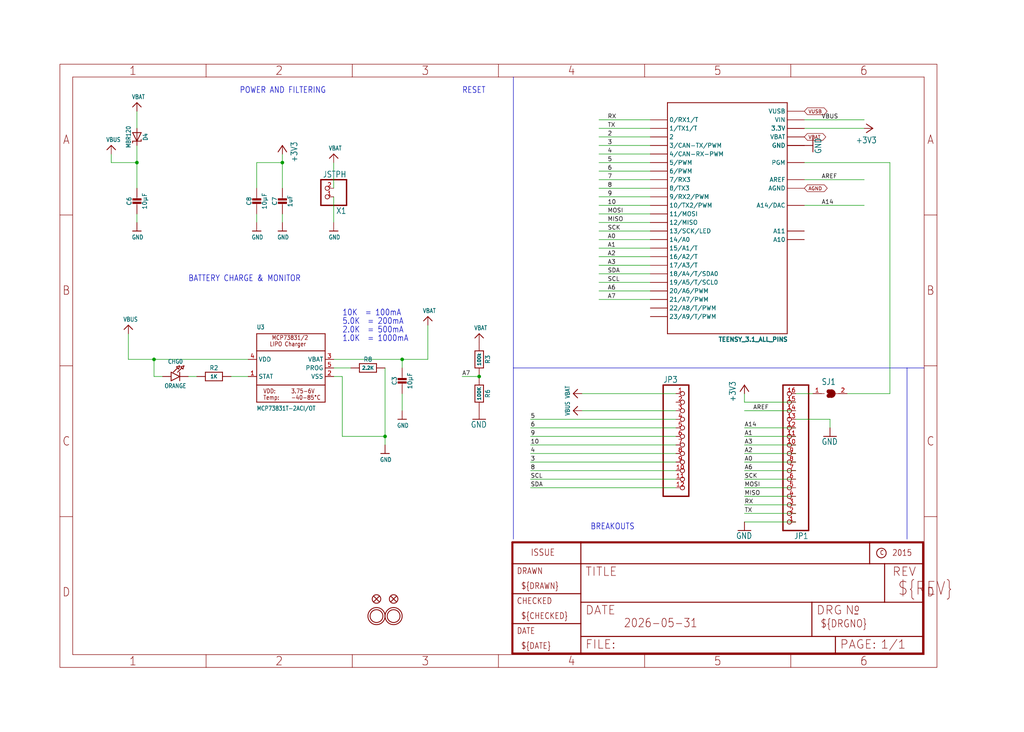
<source format=kicad_sch>
(kicad_sch (version 20230121) (generator eeschema)
  (paper "User" 303.962 217.322)
  (lib_symbols
    (symbol "working-eagle-import:+3V3" (power)
      (property "Value" "+3V3" (at -2.54 -5.08 90))
      (symbol "+3V3_1_0"
        (polyline (pts (xy 0 0) (xy -1.27 -1.905)) (stroke (width 0.254)))
        (polyline (pts (xy 1.27 -1.905) (xy 0 0)) (stroke (width 0.254)))
        (pin power_in line (at 0 -2.54 90) (length 2.54) (name "+3V3") (number "1"))
      )
    )
    (symbol "working-eagle-import:CAP_CERAMIC0603_NO"
      (property "Reference" "C" (at -2.29 1.25 90))
      (symbol "CAP_CERAMIC0603_NO_1_0"
        (rectangle (start -1.27 0.508) (end 1.27 1.016) (fill (type outline)))
        (rectangle (start -1.27 1.524) (end 1.27 2.032) (fill (type outline)))
        (polyline (pts (xy 0 0.762) (xy 0 0)) (stroke (width 0.1524)))
        (polyline (pts (xy 0 2.54) (xy 0 1.778)) (stroke (width 0.1524)))
        (pin passive line (at 0 5.08 270) (length 2.54) (name "1") (number "1"))
        (pin passive line (at 0 -2.54 90) (length 2.54) (name "2") (number "2"))
      )
    )
    (symbol "working-eagle-import:CAP_CERAMIC0805-NOOUTLINE"
      (property "Reference" "C" (at -2.29 1.25 90))
      (symbol "CAP_CERAMIC0805-NOOUTLINE_1_0"
        (rectangle (start -1.27 0.508) (end 1.27 1.016) (fill (type outline)))
        (rectangle (start -1.27 1.524) (end 1.27 2.032) (fill (type outline)))
        (polyline (pts (xy 0 0.762) (xy 0 0)) (stroke (width 0.1524)))
        (polyline (pts (xy 0 2.54) (xy 0 1.778)) (stroke (width 0.1524)))
        (pin passive line (at 0 5.08 270) (length 2.54) (name "1") (number "1"))
        (pin passive line (at 0 -2.54 90) (length 2.54) (name "2") (number "2"))
      )
    )
    (symbol "working-eagle-import:CON_JST_PH_2PIN"
      (property "Reference" "X" (at -6.35 5.715 0))
      (symbol "CON_JST_PH_2PIN_1_0"
        (polyline (pts (xy -6.35 -2.54) (xy 1.27 -2.54)) (stroke (width 0.4064)))
        (polyline (pts (xy -6.35 5.08) (xy -6.35 -2.54)) (stroke (width 0.4064)))
        (polyline (pts (xy 1.27 -2.54) (xy 1.27 5.08)) (stroke (width 0.4064)))
        (polyline (pts (xy 1.27 5.08) (xy -6.35 5.08)) (stroke (width 0.4064)))
        (pin passive inverted (at -2.54 2.54 0) (length 2.54) (name "1") (number "1"))
        (pin passive inverted (at -2.54 0 0) (length 2.54) (name "2") (number "2"))
      )
    )
    (symbol "working-eagle-import:DIODE-SCHOTTKYSOD-123"
      (property "Reference" "D" (at 0 2.54 0))
      (symbol "DIODE-SCHOTTKYSOD-123_1_0"
        (polyline (pts (xy -1.27 -1.27) (xy 1.27 0)) (stroke (width 0.254)))
        (polyline (pts (xy -1.27 1.27) (xy -1.27 -1.27)) (stroke (width 0.254)))
        (polyline (pts (xy 1.27 -1.27) (xy 1.778 -1.27)) (stroke (width 0.254)))
        (polyline (pts (xy 1.27 0) (xy -1.27 1.27)) (stroke (width 0.254)))
        (polyline (pts (xy 1.27 0) (xy 1.27 -1.27)) (stroke (width 0.254)))
        (polyline (pts (xy 1.27 1.27) (xy 0.762 1.27)) (stroke (width 0.254)))
        (polyline (pts (xy 1.27 1.27) (xy 1.27 0)) (stroke (width 0.254)))
        (pin passive line (at -2.54 0 0) (length 2.54) (name "A") (number "A"))
        (pin passive line (at 2.54 0 180) (length 2.54) (name "C") (number "C"))
      )
    )
    (symbol "working-eagle-import:FIDUCIAL{dblquote}{dblquote}"
      (symbol "FIDUCIAL{dblquote}{dblquote}_1_0"
        (polyline (pts (xy -0.762 0.762) (xy 0.762 -0.762)) (stroke (width 0.254)))
        (polyline (pts (xy 0.762 0.762) (xy -0.762 -0.762)) (stroke (width 0.254)))
        (circle (center 0 0) (radius 1.27) (stroke (width 0.254)))
      )
    )
    (symbol "working-eagle-import:FRAME_A4"
      (symbol "FRAME_A4_1_0"
        (polyline (pts (xy 0 44.7675) (xy 3.81 44.7675)))
        (polyline (pts (xy 0 89.535) (xy 3.81 89.535)))
        (polyline (pts (xy 0 134.3025) (xy 3.81 134.3025)))
        (polyline (pts (xy 3.81 3.81) (xy 3.81 175.26)))
        (polyline (pts (xy 43.3917 0) (xy 43.3917 3.81)))
        (polyline (pts (xy 43.3917 175.26) (xy 43.3917 179.07)))
        (polyline (pts (xy 86.7833 0) (xy 86.7833 3.81)))
        (polyline (pts (xy 86.7833 175.26) (xy 86.7833 179.07)))
        (polyline (pts (xy 130.175 0) (xy 130.175 3.81)))
        (polyline (pts (xy 130.175 175.26) (xy 130.175 179.07)))
        (polyline (pts (xy 173.5667 0) (xy 173.5667 3.81)))
        (polyline (pts (xy 173.5667 175.26) (xy 173.5667 179.07)))
        (polyline (pts (xy 216.9583 0) (xy 216.9583 3.81)))
        (polyline (pts (xy 216.9583 175.26) (xy 216.9583 179.07)))
        (polyline (pts (xy 256.54 3.81) (xy 3.81 3.81)))
        (polyline (pts (xy 256.54 3.81) (xy 256.54 8.89)) (stroke (width 0.1016)))
        (polyline (pts (xy 256.54 3.81) (xy 256.54 175.26)))
        (polyline (pts (xy 256.54 8.89) (xy 256.54 13.97)) (stroke (width 0.1016)))
        (polyline (pts (xy 256.54 13.97) (xy 256.54 19.05)) (stroke (width 0.1016)))
        (polyline (pts (xy 256.54 19.05) (xy 256.54 36.83)) (stroke (width 0.1016)))
        (polyline (pts (xy 256.54 44.7675) (xy 260.35 44.7675)))
        (polyline (pts (xy 256.54 89.535) (xy 260.35 89.535)))
        (polyline (pts (xy 256.54 134.3025) (xy 260.35 134.3025)))
        (polyline (pts (xy 256.54 175.26) (xy 3.81 175.26)))
        (polyline (pts (xy 0 0) (xy 260.35 0) (xy 260.35 179.07) (xy 0 179.07) (xy 0 0)))
        (text "1" (at 21.6958 1.905 0) (effects (font (size 2.54 2.286))))
        (text "1" (at 21.6958 177.165 0) (effects (font (size 2.54 2.286))))
        (text "2" (at 65.0875 1.905 0) (effects (font (size 2.54 2.286))))
        (text "2" (at 65.0875 177.165 0) (effects (font (size 2.54 2.286))))
        (text "3" (at 108.4792 1.905 0) (effects (font (size 2.54 2.286))))
        (text "3" (at 108.4792 177.165 0) (effects (font (size 2.54 2.286))))
        (text "4" (at 151.8708 1.905 0) (effects (font (size 2.54 2.286))))
        (text "4" (at 151.8708 177.165 0) (effects (font (size 2.54 2.286))))
        (text "5" (at 195.2625 1.905 0) (effects (font (size 2.54 2.286))))
        (text "5" (at 195.2625 177.165 0) (effects (font (size 2.54 2.286))))
        (text "6" (at 238.6542 1.905 0) (effects (font (size 2.54 2.286))))
        (text "6" (at 238.6542 177.165 0) (effects (font (size 2.54 2.286))))
        (text "A" (at 1.905 156.6863 0) (effects (font (size 2.54 2.286))))
        (text "A" (at 258.445 156.6863 0) (effects (font (size 2.54 2.286))))
        (text "B" (at 1.905 111.9188 0) (effects (font (size 2.54 2.286))))
        (text "B" (at 258.445 111.9188 0) (effects (font (size 2.54 2.286))))
        (text "C" (at 1.905 67.1513 0) (effects (font (size 2.54 2.286))))
        (text "C" (at 258.445 67.1513 0) (effects (font (size 2.54 2.286))))
        (text "D" (at 1.905 22.3838 0) (effects (font (size 2.54 2.286))))
        (text "D" (at 258.445 22.3838 0) (effects (font (size 2.54 2.286))))
      )
      (symbol "FRAME_A4_2_0"
        (polyline (pts (xy -0.3048 1.5748) (xy 20.0152 1.5748)) (stroke (width 0.6096)))
        (polyline (pts (xy -0.3048 10.4648) (xy -0.3048 1.5748)) (stroke (width 0.6096)))
        (polyline (pts (xy -0.3048 10.4648) (xy 20.0152 10.4648)) (stroke (width 0.3048)))
        (polyline (pts (xy -0.3048 19.3548) (xy -0.3048 10.4648)) (stroke (width 0.6096)))
        (polyline (pts (xy -0.3048 19.3548) (xy 20.0152 19.3548)) (stroke (width 0.3048)))
        (polyline (pts (xy -0.3048 28.2448) (xy -0.3048 19.3548)) (stroke (width 0.6096)))
        (polyline (pts (xy -0.3048 28.2448) (xy 20.0152 28.2448)) (stroke (width 0.3048)))
        (polyline (pts (xy -0.3048 34.5948) (xy -0.3048 28.2448)) (stroke (width 0.6096)))
        (polyline (pts (xy 20.0152 1.5748) (xy 20.0152 6.6548)) (stroke (width 0.3048)))
        (polyline (pts (xy 20.0152 1.5748) (xy 95.5802 1.5748)) (stroke (width 0.6096)))
        (polyline (pts (xy 20.0152 6.6548) (xy 20.0152 10.4648)) (stroke (width 0.3048)))
        (polyline (pts (xy 20.0152 6.6548) (xy 88.5952 6.6548)) (stroke (width 0.3048)))
        (polyline (pts (xy 20.0152 10.4648) (xy 20.0152 16.8148)) (stroke (width 0.3048)))
        (polyline (pts (xy 20.0152 16.8148) (xy 20.0152 19.3548)) (stroke (width 0.3048)))
        (polyline (pts (xy 20.0152 19.3548) (xy 20.0152 28.2448)) (stroke (width 0.3048)))
        (polyline (pts (xy 20.0152 28.2448) (xy 20.0152 34.5948)) (stroke (width 0.3048)))
        (polyline (pts (xy 20.0152 28.2448) (xy 105.7402 28.2448)) (stroke (width 0.3048)))
        (polyline (pts (xy 20.0152 34.5948) (xy -0.3048 34.5948)) (stroke (width 0.6096)))
        (polyline (pts (xy 88.5952 6.6548) (xy 95.5802 6.6548)) (stroke (width 0.3048)))
        (polyline (pts (xy 88.5952 16.8148) (xy 20.0152 16.8148)) (stroke (width 0.3048)))
        (polyline (pts (xy 88.5952 16.8148) (xy 88.5952 6.6548)) (stroke (width 0.3048)))
        (polyline (pts (xy 95.5802 1.5748) (xy 121.6152 1.5748)) (stroke (width 0.6096)))
        (polyline (pts (xy 95.5802 6.6548) (xy 95.5802 1.5748)) (stroke (width 0.3048)))
        (polyline (pts (xy 95.5802 6.6548) (xy 121.6152 6.6548)) (stroke (width 0.3048)))
        (polyline (pts (xy 101.2952 13.3223) (xy 102.2477 13.3223)) (stroke (width 0.254)))
        (polyline (pts (xy 105.7402 28.2448) (xy 105.7402 34.5948)) (stroke (width 0.3048)))
        (polyline (pts (xy 105.7402 28.2448) (xy 110.1852 28.2448)) (stroke (width 0.3048)))
        (polyline (pts (xy 105.7402 34.5948) (xy 20.0152 34.5948)) (stroke (width 0.6096)))
        (polyline (pts (xy 110.1852 16.8148) (xy 88.5952 16.8148)) (stroke (width 0.3048)))
        (polyline (pts (xy 110.1852 28.2448) (xy 110.1852 16.8148)) (stroke (width 0.3048)))
        (polyline (pts (xy 110.1852 28.2448) (xy 121.6152 28.2448)) (stroke (width 0.3048)))
        (polyline (pts (xy 121.6152 6.6548) (xy 121.6152 1.5748)) (stroke (width 0.6096)))
        (polyline (pts (xy 121.6152 16.8148) (xy 110.1852 16.8148)) (stroke (width 0.3048)))
        (polyline (pts (xy 121.6152 16.8148) (xy 121.6152 6.6548)) (stroke (width 0.6096)))
        (polyline (pts (xy 121.6152 28.2448) (xy 121.6152 16.8148)) (stroke (width 0.6096)))
        (polyline (pts (xy 121.6152 34.5948) (xy 105.7402 34.5948)) (stroke (width 0.6096)))
        (polyline (pts (xy 121.6152 34.5948) (xy 121.6152 28.2448)) (stroke (width 0.6096)))
        (circle (center 109.2327 31.4198) (radius 1.4199) (stroke (width 0.254)))
        (text "${#}/${##}" (at 108.9152 2.8448 0) (effects (font (size 2.54 2.54)) (justify left bottom)))
        (text "${CHECKED}" (at 2.2352 11.7348 0) (effects (font (size 1.778 1.5113)) (justify left bottom)))
        (text "${COMPANY}" (at 23.349 29.6735 0) (effects (font (size 3.175 2.6987) (thickness 0.5397) bold) (justify left bottom)))
        (text "${CURRENT_DATE}" (at 32.7152 9.1948 0) (effects (font (size 2.54 2.159)) (justify left bottom)))
        (text "${DATE}" (at 2.2352 2.8448 0) (effects (font (size 1.778 1.5113)) (justify left bottom)))
        (text "${DRAWN}" (at 2.2352 20.6248 0) (effects (font (size 1.778 1.5113)) (justify left bottom)))
        (text "${DRGNO}" (at 91.1352 9.1948 0) (effects (font (size 2.1844 1.8567)) (justify left bottom)))
        (text "${PROJECTNAME}" (at 33.0327 2.8448 0) (effects (font (size 2.54 2.159)) (justify left bottom)))
        (text "${REV}" (at 113.9952 18.7198 0) (effects (font (size 3.81 3.2385)) (justify left bottom)))
        (text "2015" (at 112.4077 30.4673 0) (effects (font (size 1.778 1.5113)) (justify left bottom)))
        (text "C" (at 108.7564 30.7848 0) (effects (font (size 1.27 1.0795)) (justify left bottom)))
        (text "CHECKED" (at 0.9652 16.1798 0) (effects (font (size 1.778 1.5113)) (justify left bottom)))
        (text "DATE" (at 0.9652 7.2898 0) (effects (font (size 1.778 1.5113)) (justify left bottom)))
        (text "DATE" (at 21.2852 13.0048 0) (effects (font (size 2.54 2.54)) (justify left bottom)))
        (text "DRAWN" (at 0.9652 25.0698 0) (effects (font (size 1.778 1.5113)) (justify left bottom)))
        (text "DRG" (at 89.8652 13.0048 0) (effects (font (size 2.54 2.54)) (justify left bottom)))
        (text "FILE:" (at 21.2852 2.8448 0) (effects (font (size 2.54 2.54)) (justify left bottom)))
        (text "ISSUE" (at 5.0927 30.4673 0) (effects (font (size 1.9304 1.6408)) (justify left bottom)))
        (text "N" (at 98.4377 13.0048 0) (effects (font (size 2.54 2.54)) (justify left bottom)))
        (text "o" (at 100.9777 13.9573 0) (effects (font (size 2.1844 1.8567)) (justify left bottom)))
        (text "PAGE:" (at 96.8502 2.8448 0) (effects (font (size 2.54 2.54)) (justify left bottom)))
        (text "REV" (at 112.4077 24.4348 0) (effects (font (size 2.54 2.54)) (justify left bottom)))
        (text "TITLE" (at 21.2852 24.4348 0) (effects (font (size 2.54 2.54)) (justify left bottom)))
      )
    )
    (symbol "working-eagle-import:GND" (power)
      (property "Value" "GND" (at -1.524 -2.54 0))
      (symbol "GND_1_0"
        (polyline (pts (xy -1.27 0) (xy 1.27 0)) (stroke (width 0.254)))
        (pin power_in line (at 0 2.54 270) (length 2.54) (name "GND") (number "1"))
      )
    )
    (symbol "working-eagle-import:HEADER-1X12"
      (property "Reference" "JP" (at -6.35 18.415 0))
      (symbol "HEADER-1X12_1_0"
        (polyline (pts (xy -6.35 -15.24) (xy 1.27 -15.24)) (stroke (width 0.4064)))
        (polyline (pts (xy -6.35 17.78) (xy -6.35 -15.24)) (stroke (width 0.4064)))
        (polyline (pts (xy 1.27 -15.24) (xy 1.27 17.78)) (stroke (width 0.4064)))
        (polyline (pts (xy 1.27 17.78) (xy -6.35 17.78)) (stroke (width 0.4064)))
        (pin passive inverted (at -2.54 15.24 0) (length 2.54) (name "1") (number "1"))
        (pin passive inverted (at -2.54 -7.62 0) (length 2.54) (name "10") (number "10"))
        (pin passive inverted (at -2.54 -10.16 0) (length 2.54) (name "11") (number "11"))
        (pin passive inverted (at -2.54 -12.7 0) (length 2.54) (name "12") (number "12"))
        (pin passive inverted (at -2.54 12.7 0) (length 2.54) (name "2") (number "2"))
        (pin passive inverted (at -2.54 10.16 0) (length 2.54) (name "3") (number "3"))
        (pin passive inverted (at -2.54 7.62 0) (length 2.54) (name "4") (number "4"))
        (pin passive inverted (at -2.54 5.08 0) (length 2.54) (name "5") (number "5"))
        (pin passive inverted (at -2.54 2.54 0) (length 2.54) (name "6") (number "6"))
        (pin passive inverted (at -2.54 0 0) (length 2.54) (name "7") (number "7"))
        (pin passive inverted (at -2.54 -2.54 0) (length 2.54) (name "8") (number "8"))
        (pin passive inverted (at -2.54 -5.08 0) (length 2.54) (name "9") (number "9"))
      )
    )
    (symbol "working-eagle-import:HEADER-1X16ROUND"
      (property "Reference" "JP" (at -6.35 20.955 0))
      (symbol "HEADER-1X16ROUND_1_0"
        (polyline (pts (xy -6.35 -22.86) (xy 1.27 -22.86)) (stroke (width 0.4064)))
        (polyline (pts (xy -6.35 20.32) (xy -6.35 -22.86)) (stroke (width 0.4064)))
        (polyline (pts (xy 1.27 -22.86) (xy 1.27 20.32)) (stroke (width 0.4064)))
        (polyline (pts (xy 1.27 20.32) (xy -6.35 20.32)) (stroke (width 0.4064)))
        (pin passive inverted (at -2.54 17.78 0) (length 2.54) (name "1") (number "1"))
        (pin passive inverted (at -2.54 -5.08 0) (length 2.54) (name "10") (number "10"))
        (pin passive inverted (at -2.54 -7.62 0) (length 2.54) (name "11") (number "11"))
        (pin passive inverted (at -2.54 -10.16 0) (length 2.54) (name "12") (number "12"))
        (pin passive inverted (at -2.54 -12.7 0) (length 2.54) (name "13") (number "13"))
        (pin passive inverted (at -2.54 -15.24 0) (length 2.54) (name "14") (number "14"))
        (pin passive inverted (at -2.54 -17.78 0) (length 2.54) (name "15") (number "15"))
        (pin passive inverted (at -2.54 -20.32 0) (length 2.54) (name "16") (number "16"))
        (pin passive inverted (at -2.54 15.24 0) (length 2.54) (name "2") (number "2"))
        (pin passive inverted (at -2.54 12.7 0) (length 2.54) (name "3") (number "3"))
        (pin passive inverted (at -2.54 10.16 0) (length 2.54) (name "4") (number "4"))
        (pin passive inverted (at -2.54 7.62 0) (length 2.54) (name "5") (number "5"))
        (pin passive inverted (at -2.54 5.08 0) (length 2.54) (name "6") (number "6"))
        (pin passive inverted (at -2.54 2.54 0) (length 2.54) (name "7") (number "7"))
        (pin passive inverted (at -2.54 0 0) (length 2.54) (name "8") (number "8"))
        (pin passive inverted (at -2.54 -2.54 0) (length 2.54) (name "9") (number "9"))
      )
    )
    (symbol "working-eagle-import:LED0805_NOOUTLINE"
      (property "Reference" "D" (at -1.27 4.445 0))
      (symbol "LED0805_NOOUTLINE_1_0"
        (polyline (pts (xy -2.54 -1.27) (xy 0 0)) (stroke (width 0.254)))
        (polyline (pts (xy -2.54 1.27) (xy -2.54 -1.27)) (stroke (width 0.254)))
        (polyline (pts (xy -1.905 1.27) (xy -0.635 2.54)) (stroke (width 0.254)))
        (polyline (pts (xy -0.9525 2.8575) (xy -0.3175 2.2225)) (stroke (width 0.254)))
        (polyline (pts (xy -0.635 1.27) (xy 0.635 2.54)) (stroke (width 0.254)))
        (polyline (pts (xy -0.3175 2.2225) (xy 0 3.175)) (stroke (width 0.254)))
        (polyline (pts (xy 0 0) (xy -2.54 1.27)) (stroke (width 0.254)))
        (polyline (pts (xy 0 0) (xy 0 -1.27)) (stroke (width 0.254)))
        (polyline (pts (xy 0 1.27) (xy 0 0)) (stroke (width 0.254)))
        (polyline (pts (xy 0 3.175) (xy -0.9525 2.8575)) (stroke (width 0.254)))
        (polyline (pts (xy 0.3175 2.8575) (xy 0.9525 2.2225)) (stroke (width 0.254)))
        (polyline (pts (xy 0.9525 2.2225) (xy 1.27 3.175)) (stroke (width 0.254)))
        (polyline (pts (xy 1.27 3.175) (xy 0.3175 2.8575)) (stroke (width 0.254)))
        (pin passive line (at -5.08 0 0) (length 2.54) (name "A") (number "A"))
        (pin passive line (at 2.54 0 180) (length 2.54) (name "C") (number "C"))
      )
    )
    (symbol "working-eagle-import:MCP73831/2"
      (property "Reference" "U" (at -10.16 11.43 0))
      (symbol "MCP73831/2_1_0"
        (polyline (pts (xy -10.16 -5.08) (xy -10.16 -10.16)) (stroke (width 0.254)))
        (polyline (pts (xy -10.16 -5.08) (xy -10.16 5.08)) (stroke (width 0.254)))
        (polyline (pts (xy -10.16 5.08) (xy 10.16 5.08)) (stroke (width 0.254)))
        (polyline (pts (xy -10.16 10.16) (xy -10.16 5.08)) (stroke (width 0.254)))
        (polyline (pts (xy -10.16 10.16) (xy 10.16 10.16)) (stroke (width 0.254)))
        (polyline (pts (xy 10.16 -10.16) (xy -10.16 -10.16)) (stroke (width 0.254)))
        (polyline (pts (xy 10.16 -5.08) (xy -10.16 -5.08)) (stroke (width 0.254)))
        (polyline (pts (xy 10.16 -5.08) (xy 10.16 -10.16)) (stroke (width 0.254)))
        (polyline (pts (xy 10.16 5.08) (xy 10.16 -5.08)) (stroke (width 0.254)))
        (polyline (pts (xy 10.16 10.16) (xy 10.16 5.08)) (stroke (width 0.254)))
        (text "-40-85°C" (at 0 -9.525 0) (effects (font (size 1.27 1.0795)) (justify left bottom)))
        (text "3.75-6V" (at 0 -7.62 0) (effects (font (size 1.27 1.0795)) (justify left bottom)))
        (text "LIPO Charger" (at -6.35 6.35 0) (effects (font (size 1.27 1.0795)) (justify left bottom)))
        (text "MCP73831/2" (at -5.715 8.255 0) (effects (font (size 1.27 1.0795)) (justify left bottom)))
        (text "Temp:" (at -8.255 -9.525 0) (effects (font (size 1.27 1.0795)) (justify left bottom)))
        (text "VDD:" (at -8.255 -7.62 0) (effects (font (size 1.27 1.0795)) (justify left bottom)))
        (pin output line (at -12.7 -2.54 0) (length 2.54) (name "STAT") (number "1"))
        (pin power_in line (at 12.7 -2.54 180) (length 2.54) (name "VSS") (number "2"))
        (pin power_in line (at 12.7 2.54 180) (length 2.54) (name "VBAT") (number "3"))
        (pin power_in line (at -12.7 2.54 0) (length 2.54) (name "VDD") (number "4"))
        (pin input line (at 12.7 0 180) (length 2.54) (name "PROG") (number "5"))
      )
    )
    (symbol "working-eagle-import:MOUNTINGHOLE2.5"
      (symbol "MOUNTINGHOLE2.5_1_0"
        (circle (center 0 0) (radius 1.905) (stroke (width 0.254)))
        (circle (center 0 0) (radius 2.54) (stroke (width 0.254)))
      )
    )
    (symbol "working-eagle-import:RESISTOR_0603_NOOUT"
      (property "Reference" "R" (at 0 2.54 0))
      (symbol "RESISTOR_0603_NOOUT_1_0"
        (polyline (pts (xy -2.54 -1.27) (xy -2.54 1.27)) (stroke (width 0.254)))
        (polyline (pts (xy -2.54 1.27) (xy 2.54 1.27)) (stroke (width 0.254)))
        (polyline (pts (xy 2.54 -1.27) (xy -2.54 -1.27)) (stroke (width 0.254)))
        (polyline (pts (xy 2.54 1.27) (xy 2.54 -1.27)) (stroke (width 0.254)))
        (pin passive line (at -5.08 0 0) (length 2.54) (name "1") (number "1"))
        (pin passive line (at 5.08 0 180) (length 2.54) (name "2") (number "2"))
      )
    )
    (symbol "working-eagle-import:SOLDERJUMPERCLOSED"
      (property "Reference" "SJ" (at -2.54 2.54 0))
      (symbol "SOLDERJUMPERCLOSED_1_0"
        (arc (start -0.381 -0.635) (mid 0.2541 -0.0001) (end -0.3808 0.635) (stroke (width 1.27)))
        (polyline (pts (xy -2.54 0) (xy -1.651 0)) (stroke (width 0.1524)))
        (polyline (pts (xy 2.54 0) (xy 1.651 0)) (stroke (width 0.1524)))
        (arc (start 0.3808 -0.635) (mid 1.0132 -0.0001) (end 0.381 0.635) (stroke (width 1.27)))
        (pin passive line (at -5.08 0 0) (length 2.54) (name "1") (number "1"))
        (pin passive line (at 5.08 0 180) (length 2.54) (name "2") (number "2"))
      )
    )
    (symbol "working-eagle-import:TEENSY_3.1_ALL_PINS"
      (symbol "TEENSY_3.1_ALL_PINS_1_0"
        (polyline (pts (xy -17.78 -35.56) (xy 17.78 -35.56)) (stroke (width 0.254)))
        (polyline (pts (xy -17.78 33.02) (xy -17.78 -35.56)) (stroke (width 0.254)))
        (polyline (pts (xy 17.78 -35.56) (xy 17.78 33.02)) (stroke (width 0.254)))
        (polyline (pts (xy 17.78 33.02) (xy -17.78 33.02)) (stroke (width 0.254)))
        (pin bidirectional line (at -22.86 27.94 0) (length 5.08) (name "0/RX1/T") (number "0"))
        (pin bidirectional line (at -22.86 25.4 0) (length 5.08) (name "1/TX1/T") (number "1"))
        (pin bidirectional line (at -22.86 2.54 0) (length 5.08) (name "10/TX2/PWM") (number "10"))
        (pin bidirectional line (at -22.86 0 0) (length 5.08) (name "11/MOSI") (number "11"))
        (pin bidirectional line (at -22.86 -2.54 0) (length 5.08) (name "12/MISO") (number "12"))
        (pin bidirectional line (at -22.86 -5.08 0) (length 5.08) (name "13/SCK/LED") (number "13"))
        (pin bidirectional line (at -22.86 -7.62 0) (length 5.08) (name "14/A0") (number "14/A0"))
        (pin bidirectional line (at -22.86 -10.16 0) (length 5.08) (name "15/A1/T") (number "15/A1"))
        (pin bidirectional line (at -22.86 -12.7 0) (length 5.08) (name "16/A2/T") (number "16/A2"))
        (pin bidirectional line (at -22.86 -15.24 0) (length 5.08) (name "17/A3/T") (number "17/A3"))
        (pin bidirectional line (at -22.86 -17.78 0) (length 5.08) (name "18/A4/T/SDA0") (number "18/A4"))
        (pin bidirectional line (at -22.86 -20.32 0) (length 5.08) (name "19/A5/T/SCL0") (number "19/A5"))
        (pin bidirectional line (at -22.86 22.86 0) (length 5.08) (name "2") (number "2"))
        (pin bidirectional line (at -22.86 -22.86 0) (length 5.08) (name "20/A6/PWM") (number "20/A6"))
        (pin bidirectional line (at -22.86 -25.4 0) (length 5.08) (name "21/A7/PWM") (number "21/A7"))
        (pin bidirectional line (at -22.86 -27.94 0) (length 5.08) (name "22/A8/T/PWM") (number "22/A8"))
        (pin bidirectional line (at -22.86 -30.48 0) (length 5.08) (name "23/A9/T/PWM") (number "23/A9"))
        (pin bidirectional line (at -22.86 20.32 0) (length 5.08) (name "3/CAN-TX/PWM") (number "3"))
        (pin power_in line (at 22.86 25.4 180) (length 5.08) (name "3.3V") (number "3.3V"))
        (pin power_in line (at 22.86 25.4 180) (length 5.08) (name "3.3V") (number "3.3V1"))
        (pin bidirectional line (at -22.86 17.78 0) (length 5.08) (name "4/CAN-RX-PWM") (number "4"))
        (pin bidirectional line (at -22.86 15.24 0) (length 5.08) (name "5/PWM") (number "5"))
        (pin bidirectional line (at -22.86 12.7 0) (length 5.08) (name "6/PWM") (number "6"))
        (pin bidirectional line (at -22.86 10.16 0) (length 5.08) (name "7/RX3") (number "7"))
        (pin bidirectional line (at -22.86 7.62 0) (length 5.08) (name "8/TX3") (number "8"))
        (pin bidirectional line (at -22.86 5.08 0) (length 5.08) (name "9/RX2/PWM") (number "9"))
        (pin bidirectional line (at 22.86 -7.62 180) (length 5.08) (name "A10") (number "A10"))
        (pin bidirectional line (at 22.86 -5.08 180) (length 5.08) (name "A11") (number "A11"))
        (pin power_in line (at 22.86 7.62 180) (length 5.08) (name "AGND") (number "AGND"))
        (pin power_in line (at 22.86 10.16 180) (length 5.08) (name "AREF") (number "AREF"))
        (pin power_in line (at 22.86 20.32 180) (length 5.08) (name "GND") (number "GND"))
        (pin power_in line (at 22.86 20.32 180) (length 5.08) (name "GND") (number "GND1"))
        (pin bidirectional line (at 22.86 15.24 180) (length 5.08) (name "PGM") (number "PGM"))
        (pin bidirectional line (at 22.86 2.54 180) (length 5.08) (name "A14/DAC") (number "RESET/DAC"))
        (pin power_in line (at 22.86 22.86 180) (length 5.08) (name "VBAT") (number "VBAT"))
        (pin power_in line (at 22.86 27.94 180) (length 5.08) (name "VIN") (number "VIN"))
        (pin power_in line (at 22.86 30.48 180) (length 5.08) (name "VUSB") (number "VUSB"))
      )
    )
    (symbol "working-eagle-import:VBAT" (power)
      (property "Value" "VBAT" (at -1.524 1.016 0))
      (symbol "VBAT_1_0"
        (polyline (pts (xy -1.27 -1.27) (xy 0 0)) (stroke (width 0.254)))
        (polyline (pts (xy 0 0) (xy 1.27 -1.27)) (stroke (width 0.254)))
        (pin power_in line (at 0 -2.54 90) (length 2.54) (name "VBAT") (number "1"))
      )
    )
    (symbol "working-eagle-import:VBUS" (power)
      (property "Value" "VBUS" (at -1.524 1.016 0))
      (symbol "VBUS_1_0"
        (polyline (pts (xy -1.27 -1.27) (xy 0 0)) (stroke (width 0.254)))
        (polyline (pts (xy 0 0) (xy 1.27 -1.27)) (stroke (width 0.254)))
        (pin power_in line (at 0 -2.54 90) (length 2.54) (name "VBUS") (number "1"))
      )
    )
    (symbol "working-eagle-import:supply1_GND" (power)
      (property "Value" "supply1_GND" (at -2.54 -2.54 0))
      (symbol "supply1_GND_1_0"
        (polyline (pts (xy -1.905 0) (xy 1.905 0)) (stroke (width 0.254)))
        (pin power_in line (at 0 2.54 270) (length 2.54) (name "GND") (number "1"))
      )
    )
  )
  (junction (at 142.24 111.76))
  (junction (at 45.72 106.68))
  (junction (at 119.38 106.68))
  (junction (at 83.82 48.26))
  (junction (at 40.64 48.26))
  (junction (at 114.3 129.54))
  (wire (pts (xy 38.1 106.68) (xy 45.72 106.68)) (stroke (width 0.1524)))
  (wire (pts (xy 238.76 60.96) (xy 256.54 60.96)) (stroke (width 0.1524)))
  (wire (pts (xy 157.48 137.16) (xy 200.66 137.16)) (stroke (width 0.1524)))
  (wire (pts (xy 220.98 154.94) (xy 236.22 154.94)) (stroke (width 0.1524)))
  (wire (pts (xy 114.3 129.54) (xy 114.3 132.08)) (stroke (width 0.1524)))
  (wire (pts (xy 264.16 116.84) (xy 264.16 48.26)) (stroke (width 0.1524)))
  (wire (pts (xy 193.04 73.66) (xy 177.8 73.66)) (stroke (width 0.1524)))
  (wire (pts (xy 83.82 48.26) (xy 83.82 55.88)) (stroke (width 0.1524)))
  (wire (pts (xy 200.66 121.92) (xy 172.72 121.92)) (stroke (width 0.1524)))
  (wire (pts (xy 193.04 68.58) (xy 177.8 68.58)) (stroke (width 0.1524)))
  (wire (pts (xy 177.8 60.96) (xy 193.04 60.96)) (stroke (width 0.1524)))
  (wire (pts (xy 38.1 99.06) (xy 38.1 106.68)) (stroke (width 0.1524)))
  (wire (pts (xy 40.64 43.18) (xy 40.64 48.26)) (stroke (width 0.1524)))
  (wire (pts (xy 200.66 134.62) (xy 157.48 134.62)) (stroke (width 0.1524)))
  (wire (pts (xy 99.06 111.76) (xy 101.6 111.76)) (stroke (width 0.1524)))
  (wire (pts (xy 76.2 55.88) (xy 76.2 48.26)) (stroke (width 0.1524)))
  (wire (pts (xy 177.8 45.72) (xy 193.04 45.72)) (stroke (width 0.1524)))
  (wire (pts (xy 101.6 111.76) (xy 101.6 129.54)) (stroke (width 0.1524)))
  (wire (pts (xy 236.22 127) (xy 220.98 127)) (stroke (width 0.1524)))
  (wire (pts (xy 177.8 71.12) (xy 193.04 71.12)) (stroke (width 0.1524)))
  (polyline (pts (xy 274.32 109.22) (xy 269.24 109.22)) (stroke (width 0.1524) (type solid)))
  (wire (pts (xy 45.72 111.76) (xy 45.72 106.68)) (stroke (width 0.1524)))
  (wire (pts (xy 193.04 78.74) (xy 177.8 78.74)) (stroke (width 0.1524)))
  (wire (pts (xy 220.98 139.7) (xy 236.22 139.7)) (stroke (width 0.1524)))
  (wire (pts (xy 48.26 111.76) (xy 45.72 111.76)) (stroke (width 0.1524)))
  (wire (pts (xy 264.16 48.26) (xy 238.76 48.26)) (stroke (width 0.1524)))
  (wire (pts (xy 220.98 134.62) (xy 236.22 134.62)) (stroke (width 0.1524)))
  (wire (pts (xy 200.66 139.7) (xy 157.48 139.7)) (stroke (width 0.1524)))
  (wire (pts (xy 193.04 83.82) (xy 177.8 83.82)) (stroke (width 0.1524)))
  (wire (pts (xy 236.22 149.86) (xy 220.98 149.86)) (stroke (width 0.1524)))
  (wire (pts (xy 177.8 58.42) (xy 193.04 58.42)) (stroke (width 0.1524)))
  (wire (pts (xy 99.06 66.04) (xy 99.06 58.42)) (stroke (width 0.1524)))
  (wire (pts (xy 99.06 48.26) (xy 99.06 55.88)) (stroke (width 0.1524)))
  (wire (pts (xy 119.38 116.84) (xy 119.38 121.92)) (stroke (width 0.1524)))
  (wire (pts (xy 99.06 109.22) (xy 104.14 109.22)) (stroke (width 0.1524)))
  (wire (pts (xy 246.38 124.46) (xy 246.38 127)) (stroke (width 0.1524)))
  (wire (pts (xy 193.04 53.34) (xy 177.8 53.34)) (stroke (width 0.1524)))
  (wire (pts (xy 119.38 109.22) (xy 119.38 106.68)) (stroke (width 0.1524)))
  (wire (pts (xy 193.04 55.88) (xy 177.8 55.88)) (stroke (width 0.1524)))
  (wire (pts (xy 119.38 106.68) (xy 127 106.68)) (stroke (width 0.1524)))
  (wire (pts (xy 76.2 48.26) (xy 83.82 48.26)) (stroke (width 0.1524)))
  (wire (pts (xy 177.8 66.04) (xy 193.04 66.04)) (stroke (width 0.1524)))
  (wire (pts (xy 236.22 132.08) (xy 220.98 132.08)) (stroke (width 0.1524)))
  (wire (pts (xy 40.64 63.5) (xy 40.64 66.04)) (stroke (width 0.1524)))
  (wire (pts (xy 193.04 63.5) (xy 177.8 63.5)) (stroke (width 0.1524)))
  (wire (pts (xy 68.58 111.76) (xy 73.66 111.76)) (stroke (width 0.1524)))
  (wire (pts (xy 55.88 111.76) (xy 58.42 111.76)) (stroke (width 0.1524)))
  (wire (pts (xy 33.02 48.26) (xy 40.64 48.26)) (stroke (width 0.1524)))
  (wire (pts (xy 172.72 116.84) (xy 200.66 116.84)) (stroke (width 0.1524)))
  (wire (pts (xy 157.48 132.08) (xy 200.66 132.08)) (stroke (width 0.1524)))
  (wire (pts (xy 157.48 127) (xy 200.66 127)) (stroke (width 0.1524)))
  (wire (pts (xy 238.76 35.56) (xy 256.54 35.56)) (stroke (width 0.1524)))
  (wire (pts (xy 76.2 63.5) (xy 76.2 66.04)) (stroke (width 0.1524)))
  (wire (pts (xy 220.98 147.32) (xy 236.22 147.32)) (stroke (width 0.1524)))
  (wire (pts (xy 220.98 152.4) (xy 236.22 152.4)) (stroke (width 0.1524)))
  (wire (pts (xy 177.8 81.28) (xy 193.04 81.28)) (stroke (width 0.1524)))
  (wire (pts (xy 40.64 38.1) (xy 40.64 33.02)) (stroke (width 0.1524)))
  (polyline (pts (xy 269.24 109.22) (xy 152.4 109.22)) (stroke (width 0.1524) (type solid)))
  (wire (pts (xy 193.04 35.56) (xy 177.8 35.56)) (stroke (width 0.1524)))
  (wire (pts (xy 238.76 53.34) (xy 256.54 53.34)) (stroke (width 0.1524)))
  (wire (pts (xy 177.8 50.8) (xy 193.04 50.8)) (stroke (width 0.1524)))
  (wire (pts (xy 220.98 119.38) (xy 236.22 119.38)) (stroke (width 0.1524)))
  (wire (pts (xy 193.04 88.9) (xy 177.8 88.9)) (stroke (width 0.1524)))
  (wire (pts (xy 193.04 38.1) (xy 177.8 38.1)) (stroke (width 0.1524)))
  (wire (pts (xy 40.64 48.26) (xy 40.64 55.88)) (stroke (width 0.1524)))
  (wire (pts (xy 200.66 129.54) (xy 157.48 129.54)) (stroke (width 0.1524)))
  (polyline (pts (xy 152.4 109.22) (xy 152.4 22.86)) (stroke (width 0.1524) (type solid)))
  (wire (pts (xy 193.04 40.64) (xy 177.8 40.64)) (stroke (width 0.1524)))
  (wire (pts (xy 114.3 109.22) (xy 114.3 129.54)) (stroke (width 0.1524)))
  (wire (pts (xy 236.22 142.24) (xy 220.98 142.24)) (stroke (width 0.1524)))
  (polyline (pts (xy 152.4 160.02) (xy 152.4 109.22)) (stroke (width 0.1524) (type solid)))
  (wire (pts (xy 251.46 116.84) (xy 264.16 116.84)) (stroke (width 0.1524)))
  (wire (pts (xy 157.48 144.78) (xy 200.66 144.78)) (stroke (width 0.1524)))
  (wire (pts (xy 45.72 106.68) (xy 73.66 106.68)) (stroke (width 0.1524)))
  (wire (pts (xy 83.82 63.5) (xy 83.82 66.04)) (stroke (width 0.1524)))
  (wire (pts (xy 83.82 48.26) (xy 83.82 45.72)) (stroke (width 0.1524)))
  (wire (pts (xy 236.22 124.46) (xy 246.38 124.46)) (stroke (width 0.1524)))
  (polyline (pts (xy 269.24 160.02) (xy 269.24 109.22)) (stroke (width 0.1524) (type solid)))
  (wire (pts (xy 236.22 144.78) (xy 220.98 144.78)) (stroke (width 0.1524)))
  (wire (pts (xy 241.3 116.84) (xy 236.22 116.84)) (stroke (width 0.1524)))
  (wire (pts (xy 200.66 124.46) (xy 157.48 124.46)) (stroke (width 0.1524)))
  (wire (pts (xy 101.6 129.54) (xy 114.3 129.54)) (stroke (width 0.1524)))
  (wire (pts (xy 33.02 45.72) (xy 33.02 48.26)) (stroke (width 0.1524)))
  (wire (pts (xy 119.38 106.68) (xy 99.06 106.68)) (stroke (width 0.1524)))
  (wire (pts (xy 236.22 121.92) (xy 220.98 121.92)) (stroke (width 0.1524)))
  (wire (pts (xy 256.54 38.1) (xy 238.76 38.1)) (stroke (width 0.1524)))
  (wire (pts (xy 220.98 116.84) (xy 220.98 119.38)) (stroke (width 0.1524)))
  (wire (pts (xy 177.8 86.36) (xy 193.04 86.36)) (stroke (width 0.1524)))
  (wire (pts (xy 177.8 43.18) (xy 193.04 43.18)) (stroke (width 0.1524)))
  (wire (pts (xy 127 96.52) (xy 127 106.68)) (stroke (width 0.1524)))
  (wire (pts (xy 142.24 111.76) (xy 137.16 111.76)) (stroke (width 0.1524)))
  (wire (pts (xy 193.04 48.26) (xy 177.8 48.26)) (stroke (width 0.1524)))
  (wire (pts (xy 177.8 76.2) (xy 193.04 76.2)) (stroke (width 0.1524)))
  (wire (pts (xy 236.22 137.16) (xy 220.98 137.16)) (stroke (width 0.1524)))
  (wire (pts (xy 220.98 129.54) (xy 236.22 129.54)) (stroke (width 0.1524)))
  (wire (pts (xy 200.66 142.24) (xy 157.48 142.24)) (stroke (width 0.1524)))
  (text "RESET" (at 137.16 27.94 0) (effects (font (size 1.778 1.5113)) (justify left bottom)))
  (text "1.0K  = 1000mA" (at 101.6 101.6 0) (effects (font (size 1.778 1.5113)) (justify left bottom)))
  (text "BREAKOUTS" (at 175.26 157.48 0) (effects (font (size 1.778 1.5113)) (justify left bottom)))
  (text "2.0K  = 500mA" (at 101.6 99.06 0) (effects (font (size 1.778 1.5113)) (justify left bottom)))
  (text "POWER AND FILTERING" (at 71.12 27.94 0) (effects (font (size 1.778 1.5113)) (justify left bottom)))
  (text "BATTERY CHARGE & MONITOR" (at 55.88 83.82 0) (effects (font (size 1.778 1.5113)) (justify left bottom)))
  (text "10K  = 100mA" (at 101.6 93.98 0) (effects (font (size 1.778 1.5113)) (justify left bottom)))
  (text "5.0K  = 200mA" (at 101.6 96.52 0) (effects (font (size 1.778 1.5113)) (justify left bottom)))
  (label "A2" (at 220.98 134.62 0) (effects (font (size 1.2446 1.2446))))
  (label "6" (at 157.48 127 0) (effects (font (size 1.2446 1.2446))))
  (label "A0" (at 180.34 71.12 0) (effects (font (size 1.2446 1.2446))))
  (label "A7" (at 180.34 88.9 0) (effects (font (size 1.2446 1.2446))))
  (label "AREF" (at 243.84 53.34 0) (effects (font (size 1.2446 1.2446))))
  (label "A6" (at 220.98 139.7 0) (effects (font (size 1.2446 1.2446))))
  (label "3" (at 180.34 43.18 0) (effects (font (size 1.2446 1.2446))))
  (label "A0" (at 220.98 137.16 0) (effects (font (size 1.2446 1.2446))))
  (label "5" (at 157.48 124.46 0) (effects (font (size 1.2446 1.2446))))
  (label "4" (at 180.34 45.72 0) (effects (font (size 1.2446 1.2446))))
  (label "MOSI" (at 220.98 144.78 0) (effects (font (size 1.2446 1.2446))))
  (label "SDA" (at 180.34 81.28 0) (effects (font (size 1.2446 1.2446))))
  (label "SCL" (at 157.48 142.24 0) (effects (font (size 1.2446 1.2446))))
  (label "8" (at 157.48 139.7 0) (effects (font (size 1.2446 1.2446))))
  (label "A2" (at 180.34 76.2 0) (effects (font (size 1.2446 1.2446))))
  (label "MISO" (at 220.98 147.32 0) (effects (font (size 1.2446 1.2446))))
  (label "A1" (at 220.98 129.54 0) (effects (font (size 1.2446 1.2446))))
  (label "9" (at 157.48 129.54 0) (effects (font (size 1.2446 1.2446))))
  (label "9" (at 180.34 58.42 0) (effects (font (size 1.2446 1.2446))))
  (label "8" (at 180.34 55.88 0) (effects (font (size 1.2446 1.2446))))
  (label "7" (at 180.34 53.34 0) (effects (font (size 1.2446 1.2446))))
  (label "A14" (at 220.98 127 0) (effects (font (size 1.2446 1.2446))))
  (label "2" (at 180.34 40.64 0) (effects (font (size 1.2446 1.2446))))
  (label "RX" (at 180.34 35.56 0) (effects (font (size 1.2446 1.2446))))
  (label "A6" (at 180.34 86.36 0) (effects (font (size 1.2446 1.2446))))
  (label "A14" (at 243.84 60.96 0) (effects (font (size 1.2446 1.2446))))
  (label "SDA" (at 157.48 144.78 0) (effects (font (size 1.2446 1.2446))))
  (label "10" (at 180.34 60.96 0) (effects (font (size 1.2446 1.2446))))
  (label "RX" (at 220.98 149.86 0) (effects (font (size 1.2446 1.2446))))
  (label "MOSI" (at 180.34 63.5 0) (effects (font (size 1.2446 1.2446))))
  (label "MISO" (at 180.34 66.04 0) (effects (font (size 1.2446 1.2446))))
  (label "SCK" (at 220.98 142.24 0) (effects (font (size 1.2446 1.2446))))
  (label "A7" (at 137.16 111.76 0) (effects (font (size 1.2446 1.2446))))
  (label "A3" (at 220.98 132.08 0) (effects (font (size 1.2446 1.2446))))
  (label "4" (at 157.48 134.62 0) (effects (font (size 1.2446 1.2446))))
  (label "TX" (at 220.98 152.4 0) (effects (font (size 1.2446 1.2446))))
  (label "A1" (at 180.34 73.66 0) (effects (font (size 1.2446 1.2446))))
  (label "3" (at 157.48 137.16 0) (effects (font (size 1.2446 1.2446))))
  (label "A3" (at 180.34 78.74 0) (effects (font (size 1.2446 1.2446))))
  (label "6" (at 180.34 50.8 0) (effects (font (size 1.2446 1.2446))))
  (label "VBUS" (at 243.84 35.56 0) (effects (font (size 1.2446 1.2446))))
  (label "TX" (at 180.34 38.1 0) (effects (font (size 1.2446 1.2446))))
  (label "10" (at 157.48 132.08 0) (effects (font (size 1.2446 1.2446))))
  (label "SCK" (at 180.34 68.58 0) (effects (font (size 1.2446 1.2446))))
  (label "SCL" (at 180.34 83.82 0) (effects (font (size 1.2446 1.2446))))
  (label "5" (at 180.34 48.26 0) (effects (font (size 1.2446 1.2446))))
  (label "AREF" (at 223.52 121.92 0) (effects (font (size 1.2446 1.2446))))
  (global_label "VUSB" (shape bidirectional) (at 238.76 33.02 0) (effects (font (size 1.016 1.016))) (property "Intersheetrefs" "${INTERSHEET_REFS}" (effects hide)))
  (global_label "VBAT" (shape bidirectional) (at 238.76 40.64 0) (effects (font (size 1.016 1.016))) (property "Intersheetrefs" "${INTERSHEET_REFS}" (effects hide)))
  (global_label "AGND" (shape bidirectional) (at 238.76 55.88 0) (effects (font (size 1.016 1.016))) (property "Intersheetrefs" "${INTERSHEET_REFS}" (effects hide)))
  (symbol (lib_id "working-eagle-import:TEENSY_3.1_ALL_PINS") (at 215.9 63.5 0) (unit 1)
    (property "Reference" "U$1" (effects hide))
    (property "Value" "TEENSY_3.1_ALL_PINS" (at 213.106 101.6 0) (effects (font bold) (justify left bottom)))
    (property "Footprint" "working:TEENSY3-ALL_PINS" (effects hide))
  )
  (symbol (lib_id "working-eagle-import:VBAT") (at 99.06 45.72 0) (unit 1)
    (property "Reference" "#U$16" (effects hide))
    (property "Value" "VBAT" (at 97.536 44.704 0) (effects (font (size 1.27 1.0795)) (justify left bottom)))
  )
  (symbol (lib_id "working-eagle-import:+3V3") (at 220.98 114.3 0) (unit 1)
    (property "Reference" "#+3V1" (effects hide))
    (property "Value" "+3V3" (at 218.44 119.38 90) (effects (font (size 1.778 1.5113)) (justify left bottom)))
  )
  (symbol (lib_id "working-eagle-import:LED0805_NOOUTLINE") (at 53.34 111.76 0) (unit 1)
    (property "Reference" "CHG0" (at 52.07 107.315 0) (effects (font (size 1.27 1.0795))))
    (property "Value" "ORANGE" (at 52.07 114.554 0) (effects (font (size 1.27 1.0795))))
    (property "Footprint" "working:CHIPLED_0805_NOOUTLINE" (effects hide))
  )
  (symbol (lib_id "working-eagle-import:VBAT") (at 170.18 116.84 90) (unit 1)
    (property "Reference" "#U$20" (effects hide))
    (property "Value" "VBAT" (at 169.164 118.364 0) (effects (font (size 1.27 1.0795)) (justify left bottom)))
  )
  (symbol (lib_id "working-eagle-import:FIDUCIAL{dblquote}{dblquote}") (at 116.84 177.8 0) (unit 1)
    (property "Reference" "U$34" (effects hide))
    (property "Value" "FIDUCIAL{dblquote}{dblquote}" (effects hide))
    (property "Footprint" "working:FIDUCIAL_1MM" (effects hide))
  )
  (symbol (lib_id "working-eagle-import:GND") (at 119.38 124.46 0) (unit 1)
    (property "Reference" "#U$33" (effects hide))
    (property "Value" "GND" (at 117.856 127 0) (effects (font (size 1.27 1.0795)) (justify left bottom)))
  )
  (symbol (lib_id "working-eagle-import:VBUS") (at 33.02 43.18 0) (unit 1)
    (property "Reference" "#U$3" (effects hide))
    (property "Value" "VBUS" (at 31.496 42.164 0) (effects (font (size 1.27 1.0795)) (justify left bottom)))
  )
  (symbol (lib_id "working-eagle-import:GND") (at 83.82 68.58 0) (unit 1)
    (property "Reference" "#U$28" (effects hide))
    (property "Value" "GND" (at 82.296 71.12 0) (effects (font (size 1.27 1.0795)) (justify left bottom)))
  )
  (symbol (lib_id "working-eagle-import:CAP_CERAMIC0805-NOOUTLINE") (at 40.64 60.96 0) (unit 1)
    (property "Reference" "C6" (at 38.35 59.71 90))
    (property "Value" "10µF" (at 42.94 59.71 90))
    (property "Footprint" "working:0805-NO" (effects hide))
  )
  (symbol (lib_id "working-eagle-import:GND") (at 114.3 134.62 0) (unit 1)
    (property "Reference" "#U$36" (effects hide))
    (property "Value" "GND" (at 112.776 137.16 0) (effects (font (size 1.27 1.0795)) (justify left bottom)))
  )
  (symbol (lib_id "working-eagle-import:GND") (at 40.64 68.58 0) (unit 1)
    (property "Reference" "#U$27" (effects hide))
    (property "Value" "GND" (at 39.116 71.12 0) (effects (font (size 1.27 1.0795)) (justify left bottom)))
  )
  (symbol (lib_id "working-eagle-import:VBAT") (at 127 93.98 0) (unit 1)
    (property "Reference" "#U$39" (effects hide))
    (property "Value" "VBAT" (at 125.476 92.964 0) (effects (font (size 1.27 1.0795)) (justify left bottom)))
  )
  (symbol (lib_id "working-eagle-import:SOLDERJUMPERCLOSED") (at 246.38 116.84 0) (unit 1)
    (property "Reference" "SJ1" (at 243.84 114.3 0) (effects (font (size 1.778 1.5113)) (justify left bottom)))
    (property "Value" "SOLDERJUMPERCLOSED" (effects hide))
    (property "Footprint" "working:SOLDERJUMPER_CLOSEDWIRE" (effects hide))
  )
  (symbol (lib_id "working-eagle-import:VBUS") (at 38.1 96.52 0) (unit 1)
    (property "Reference" "#U$38" (effects hide))
    (property "Value" "VBUS" (at 36.576 95.504 0) (effects (font (size 1.27 1.0795)) (justify left bottom)))
  )
  (symbol (lib_id "working-eagle-import:supply1_GND") (at 246.38 129.54 0) (unit 1)
    (property "Reference" "#GND4" (effects hide))
    (property "Value" "GND" (at 243.84 132.08 0) (effects (font (size 1.778 1.5113)) (justify left bottom)))
  )
  (symbol (lib_id "working-eagle-import:MOUNTINGHOLE2.5") (at 116.84 182.88 0) (unit 1)
    (property "Reference" "U$32" (effects hide))
    (property "Value" "MOUNTINGHOLE2.5" (effects hide))
    (property "Footprint" "working:MOUNTINGHOLE_2.5_PLATED" (effects hide))
  )
  (symbol (lib_id "working-eagle-import:RESISTOR_0603_NOOUT") (at 142.24 106.68 270) (unit 1)
    (property "Reference" "R3" (at 144.78 106.68 0))
    (property "Value" "100k" (at 142.24 106.68 0) (effects (font (size 1.016 1.016) bold)))
    (property "Footprint" "working:0603-NO" (effects hide))
  )
  (symbol (lib_id "working-eagle-import:VBAT") (at 142.24 99.06 0) (unit 1)
    (property "Reference" "#U$2" (effects hide))
    (property "Value" "VBAT" (at 140.716 98.044 0) (effects (font (size 1.27 1.0795)) (justify left bottom)))
  )
  (symbol (lib_id "working-eagle-import:MCP73831/2") (at 86.36 109.22 0) (unit 1)
    (property "Reference" "U3" (at 76.2 97.79 0) (effects (font (size 1.27 1.0795)) (justify left bottom)))
    (property "Value" "MCP73831T-2ACI/OT" (at 76.2 121.92 0) (effects (font (size 1.27 1.0795)) (justify left bottom)))
    (property "Footprint" "working:SOT23-5" (effects hide))
  )
  (symbol (lib_id "working-eagle-import:DIODE-SCHOTTKYSOD-123") (at 40.64 40.64 270) (unit 1)
    (property "Reference" "D4" (at 43.18 40.64 0) (effects (font (size 1.27 1.0795))))
    (property "Value" "MBR120" (at 38.14 40.64 0) (effects (font (size 1.27 1.0795))))
    (property "Footprint" "working:SOD-123" (effects hide))
  )
  (symbol (lib_id "working-eagle-import:HEADER-1X16ROUND") (at 233.68 137.16 180) (unit 1)
    (property "Reference" "JP1" (at 240.03 158.115 0) (effects (font (size 1.778 1.5113)) (justify left bottom)))
    (property "Value" "HEADER-1X16ROUND" (effects hide))
    (property "Footprint" "working:1X16_ROUND" (effects hide))
  )
  (symbol (lib_id "working-eagle-import:+3V3") (at 259.08 38.1 270) (mirror x) (unit 1)
    (property "Reference" "#+3V2" (effects hide))
    (property "Value" "+3V3" (at 254 40.64 90) (effects (font (size 1.778 1.5113)) (justify left bottom)))
  )
  (symbol (lib_id "working-eagle-import:CON_JST_PH_2PIN") (at 96.52 55.88 180) (unit 1)
    (property "Reference" "X1" (at 102.87 61.595 0) (effects (font (size 1.778 1.5113)) (justify left bottom)))
    (property "Value" "JSTPH" (at 102.87 50.8 0) (effects (font (size 1.778 1.5113)) (justify left bottom)))
    (property "Footprint" "working:JSTPH2" (effects hide))
  )
  (symbol (lib_id "working-eagle-import:CAP_CERAMIC0805-NOOUTLINE") (at 76.2 60.96 0) (unit 1)
    (property "Reference" "C8" (at 73.91 59.71 90))
    (property "Value" "10µF" (at 78.5 59.71 90))
    (property "Footprint" "working:0805-NO" (effects hide))
  )
  (symbol (lib_id "working-eagle-import:GND") (at 99.06 68.58 0) (unit 1)
    (property "Reference" "#U$22" (effects hide))
    (property "Value" "GND" (at 97.536 71.12 0) (effects (font (size 1.27 1.0795)) (justify left bottom)))
  )
  (symbol (lib_id "working-eagle-import:supply1_GND") (at 241.3 43.18 90) (unit 1)
    (property "Reference" "#GND1" (effects hide))
    (property "Value" "GND" (at 243.84 45.72 0) (effects (font (size 1.778 1.5113)) (justify left bottom)))
  )
  (symbol (lib_id "working-eagle-import:HEADER-1X12") (at 203.2 132.08 0) (unit 1)
    (property "Reference" "JP3" (at 196.85 113.665 0) (effects (font (size 1.778 1.5113)) (justify left bottom)))
    (property "Value" "HEADER-1X12" (effects hide))
    (property "Footprint" "working:1X12_ROUND" (effects hide))
  )
  (symbol (lib_id "working-eagle-import:VBUS") (at 170.18 121.92 90) (unit 1)
    (property "Reference" "#U$19" (effects hide))
    (property "Value" "VBUS" (at 169.164 123.444 0) (effects (font (size 1.27 1.0795)) (justify left bottom)))
  )
  (symbol (lib_id "working-eagle-import:FRAME_A4") (at 152.4 195.58 0) (unit 2)
    (property "Reference" "#FRAME1" (effects hide))
    (property "Value" "FRAME_A4" (effects hide))
  )
  (symbol (lib_id "working-eagle-import:+3V3") (at 83.82 43.18 0) (mirror y) (unit 1)
    (property "Reference" "#+3V4" (effects hide))
    (property "Value" "+3V3" (at 86.36 48.26 90) (effects (font (size 1.778 1.5113)) (justify left bottom)))
  )
  (symbol (lib_id "working-eagle-import:VBAT") (at 40.64 30.48 0) (unit 1)
    (property "Reference" "#U$21" (effects hide))
    (property "Value" "VBAT" (at 39.116 29.464 0) (effects (font (size 1.27 1.0795)) (justify left bottom)))
  )
  (symbol (lib_id "working-eagle-import:CAP_CERAMIC0603_NO") (at 83.82 60.96 0) (unit 1)
    (property "Reference" "C7" (at 81.53 59.71 90))
    (property "Value" "1uF" (at 86.12 59.71 90))
    (property "Footprint" "working:0603-NO" (effects hide))
  )
  (symbol (lib_id "working-eagle-import:FIDUCIAL{dblquote}{dblquote}") (at 111.76 177.8 0) (unit 1)
    (property "Reference" "U$35" (effects hide))
    (property "Value" "FIDUCIAL{dblquote}{dblquote}" (effects hide))
    (property "Footprint" "working:FIDUCIAL_1MM" (effects hide))
  )
  (symbol (lib_id "working-eagle-import:RESISTOR_0603_NOOUT") (at 109.22 109.22 0) (unit 1)
    (property "Reference" "R8" (at 109.22 106.68 0))
    (property "Value" "2.2K" (at 109.22 109.22 0) (effects (font (size 1.016 1.016) bold)))
    (property "Footprint" "working:0603-NO" (effects hide))
  )
  (symbol (lib_id "working-eagle-import:CAP_CERAMIC0805-NOOUTLINE") (at 119.38 114.3 0) (unit 1)
    (property "Reference" "C3" (at 117.09 113.05 90))
    (property "Value" "10µF" (at 121.68 113.05 90))
    (property "Footprint" "working:0805-NO" (effects hide))
  )
  (symbol (lib_id "working-eagle-import:supply1_GND") (at 220.98 157.48 0) (unit 1)
    (property "Reference" "#GND11" (effects hide))
    (property "Value" "GND" (at 218.44 160.02 0) (effects (font (size 1.778 1.5113)) (justify left bottom)))
  )
  (symbol (lib_id "working-eagle-import:supply1_GND") (at 142.24 124.46 0) (unit 1)
    (property "Reference" "#GND13" (effects hide))
    (property "Value" "GND" (at 139.7 127 0) (effects (font (size 1.778 1.5113)) (justify left bottom)))
  )
  (symbol (lib_id "working-eagle-import:FRAME_A4") (at 17.78 198.12 0) (unit 1)
    (property "Reference" "#FRAME1" (effects hide))
    (property "Value" "FRAME_A4" (effects hide))
  )
  (symbol (lib_id "working-eagle-import:GND") (at 76.2 68.58 0) (unit 1)
    (property "Reference" "#U$29" (effects hide))
    (property "Value" "GND" (at 74.676 71.12 0) (effects (font (size 1.27 1.0795)) (justify left bottom)))
  )
  (symbol (lib_id "working-eagle-import:MOUNTINGHOLE2.5") (at 111.76 182.88 0) (unit 1)
    (property "Reference" "U$31" (effects hide))
    (property "Value" "MOUNTINGHOLE2.5" (effects hide))
    (property "Footprint" "working:MOUNTINGHOLE_2.5_PLATED" (effects hide))
  )
  (symbol (lib_id "working-eagle-import:RESISTOR_0603_NOOUT") (at 63.5 111.76 0) (unit 1)
    (property "Reference" "R2" (at 63.5 109.22 0))
    (property "Value" "1K" (at 63.5 111.76 0) (effects (font (size 1.016 1.016) bold)))
    (property "Footprint" "working:0603-NO" (effects hide))
  )
  (symbol (lib_id "working-eagle-import:RESISTOR_0603_NOOUT") (at 142.24 116.84 270) (unit 1)
    (property "Reference" "R6" (at 144.78 116.84 0))
    (property "Value" "100K" (at 142.24 116.84 0) (effects (font (size 1.016 1.016) bold)))
    (property "Footprint" "working:0603-NO" (effects hide))
  )
)
</source>
